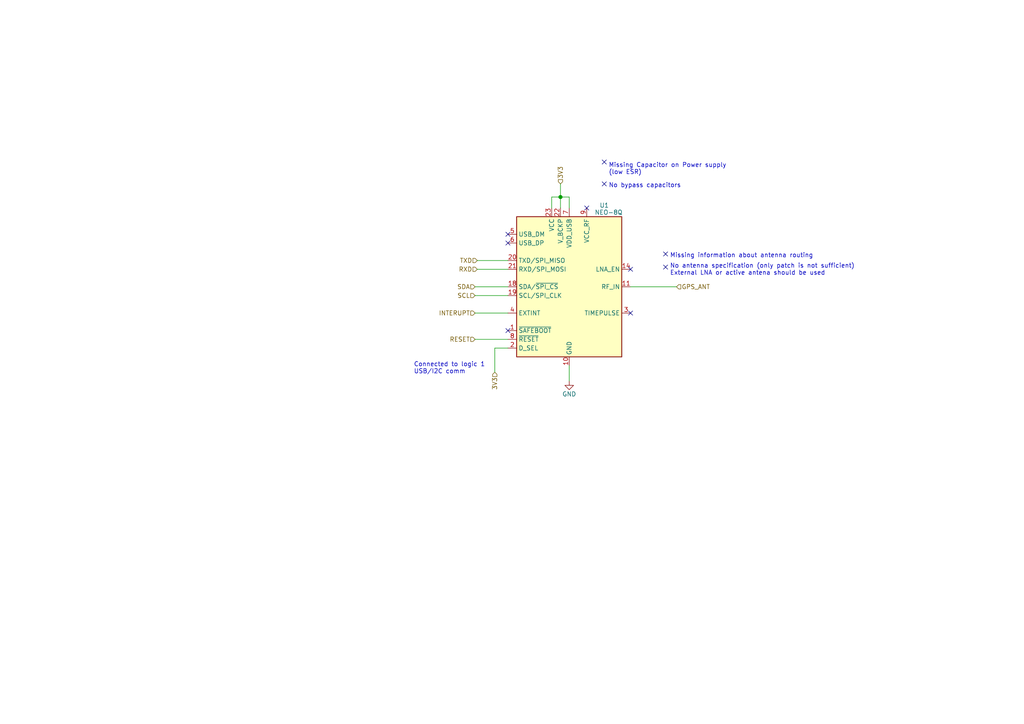
<source format=kicad_sch>
(kicad_sch (version 20210621) (generator eeschema)
  (paper "A4")
  (lib_symbols
    (symbol "RF_GPS:NEO-8Q"
      (property "Reference" "U" (at -13.97 21.59 0))
      (property "Value" "NEO-8Q" (at 11.43 21.59 0))
      (symbol "NEO-8Q_0_1"
        (rectangle (start -15.24 20.32) (end 15.24 -20.32) (stroke (width 0.254)) (fill (type background)))
      )
      (symbol "NEO-8Q_1_1"
        (pin input line (at -17.78 -12.7 0) (length 2.54) (name "~{SAFEBOOT}") (number "1"))
        (pin power_in line (at 0 -22.86 90) (length 2.54) (name "GND") (number "10"))
        (pin input line (at 17.78 0 180) (length 2.54) (name "RF_IN") (number "11"))
        (pin passive line (at 0 -22.86 90) (length 2.54) hide (name "GND") (number "12"))
        (pin passive line (at 0 -22.86 90) (length 2.54) hide (name "GND") (number "13"))
        (pin output line (at 17.78 5.08 180) (length 2.54) (name "LNA_EN") (number "14"))
        (pin no_connect line (at 15.24 -10.16 180) (length 2.54) hide (name "RESERVED") (number "15"))
        (pin no_connect line (at 15.24 -12.7 180) (length 2.54) hide (name "RESERVED") (number "16"))
        (pin no_connect line (at 15.24 -15.24 180) (length 2.54) hide (name "RESERVED") (number "17"))
        (pin bidirectional line (at -17.78 0 0) (length 2.54) (name "SDA/~{SPI_CS}") (number "18"))
        (pin input line (at -17.78 -2.54 0) (length 2.54) (name "SCL/SPI_CLK") (number "19"))
        (pin input line (at -17.78 -17.78 0) (length 2.54) (name "D_SEL") (number "2"))
        (pin output line (at -17.78 7.62 0) (length 2.54) (name "TXD/SPI_MISO") (number "20"))
        (pin input line (at -17.78 5.08 0) (length 2.54) (name "RXD/SPI_MOSI") (number "21"))
        (pin power_in line (at -2.54 22.86 270) (length 2.54) (name "V_BCKP") (number "22"))
        (pin power_in line (at -5.08 22.86 270) (length 2.54) (name "VCC") (number "23"))
        (pin passive line (at 0 -22.86 90) (length 2.54) hide (name "GND") (number "24"))
        (pin output line (at 17.78 -7.62 180) (length 2.54) (name "TIMEPULSE") (number "3"))
        (pin input line (at -17.78 -7.62 0) (length 2.54) (name "EXTINT") (number "4"))
        (pin bidirectional line (at -17.78 15.24 0) (length 2.54) (name "USB_DM") (number "5"))
        (pin bidirectional line (at -17.78 12.7 0) (length 2.54) (name "USB_DP") (number "6"))
        (pin power_in line (at 0 22.86 270) (length 2.54) (name "VDD_USB") (number "7"))
        (pin input line (at -17.78 -15.24 0) (length 2.54) (name "~{RESET}") (number "8"))
        (pin power_out line (at 5.08 22.86 270) (length 2.54) (name "VCC_RF") (number "9"))
      )
    )
    (symbol "power:GND" (power) (pin_names (offset 0))
      (property "Value" "GND" (at 0 -3.81 0))
      (symbol "GND_0_1"
        (polyline (pts (xy 0 0) (xy 0 -1.27) (xy 1.27 -1.27) (xy 0 -2.54) (xy -1.27 -1.27) (xy 0 -1.27)))
      )
      (symbol "GND_1_1"
        (pin power_in line (at 0 0 270) (length 0) hide (name "GND") (number "1"))
      )
    )
  )
  (junction (at 162.56 57.15) (diameter 1.016))
  (no_connect (at 147.32 67.945))
  (no_connect (at 147.32 70.485))
  (no_connect (at 147.32 95.885))
  (no_connect (at 170.18 60.325))
  (no_connect (at 175.26 46.99))
  (no_connect (at 175.26 53.34))
  (no_connect (at 182.88 78.105))
  (no_connect (at 182.88 90.805))
  (no_connect (at 193.04 73.66))
  (no_connect (at 193.04 77.47))
  (wire (pts (xy 137.795 83.185) (xy 147.32 83.185)))
  (wire (pts (xy 137.795 85.725) (xy 147.32 85.725)))
  (wire (pts (xy 137.795 90.805) (xy 147.32 90.805)))
  (wire (pts (xy 137.795 98.425) (xy 147.32 98.425)))
  (wire (pts (xy 138.43 75.565) (xy 147.32 75.565)))
  (wire (pts (xy 138.43 78.105) (xy 147.32 78.105)))
  (wire (pts (xy 143.51 100.965) (xy 143.51 107.95)))
  (wire (pts (xy 147.32 100.965) (xy 143.51 100.965)))
  (wire (pts (xy 160.02 57.15) (xy 162.56 57.15)))
  (wire (pts (xy 160.02 60.325) (xy 160.02 57.15)))
  (wire (pts (xy 162.56 53.34) (xy 162.56 57.15)))
  (wire (pts (xy 162.56 57.15) (xy 162.56 60.325)))
  (wire (pts (xy 165.1 57.15) (xy 162.56 57.15)))
  (wire (pts (xy 165.1 60.325) (xy 165.1 57.15)))
  (wire (pts (xy 165.1 106.045) (xy 165.1 110.49)))
  (wire (pts (xy 182.88 83.185) (xy 196.215 83.185)))
  (text "Connected to logic 1 \nUSB/I2C comm\n" (at 120.015 108.585 0) (effects (font (size 1.27 1.27)) (justify left bottom)))
  (text "Missing Capacitor on Power supply\n(low ESR)" (at 176.53 50.8 0) (effects (font (size 1.27 1.27)) (justify left bottom)))
  (text "No bypass capacitors" (at 176.53 54.61 0) (effects (font (size 1.27 1.27)) (justify left bottom)))
  (text "Missing information about antenna routing" (at 194.31 74.93 0) (effects (font (size 1.27 1.27)) (justify left bottom)))
  (text "No antenna specification (only patch is not sufficient)\nExternal LNA or active antena should be used" (at 194.31 80.01 0) (effects (font (size 1.27 1.27)) (justify left bottom)))
  (hierarchical_label "SDA" (shape input) (at 137.795 83.185 180))
  (hierarchical_label "SCL" (shape input) (at 137.795 85.725 180))
  (hierarchical_label "INTERUPT" (shape input) (at 137.795 90.805 180))
  (hierarchical_label "RESET" (shape input) (at 137.795 98.425 180))
  (hierarchical_label "TXD" (shape input) (at 138.43 75.565 180))
  (hierarchical_label "RXD" (shape input) (at 138.43 78.105 180))
  (hierarchical_label "3V3" (shape input) (at 143.51 107.95 270))
  (hierarchical_label "3V3" (shape input) (at 162.56 53.34 90))
  (hierarchical_label "GPS_ANT" (shape input) (at 196.215 83.185 0))
  (symbol (lib_id "power:GND") (at 165.1 110.49 0) (unit 1)
    (property "Reference" "#PWR0108" (effects hide))
    (property "Value" "GND" (at 165.1 114.3 0))
  )
  (symbol (lib_id "RF_GPS:NEO-8Q") (at 165.1 83.185 0) (unit 1)
    (property "Reference" "U1" (at 175.26 59.5536 0))
    (property "Value" "NEO-8Q" (at 176.53 61.595 0))
    (property "Footprint" "RF_GPS:ublox_NEO" (effects hide))
    (property "Datasheet" "https://www.u-blox.com/sites/default/files/NEO-8Q_DataSheet_%28UBX-15031913%29.pdf" (effects hide))
  )
)
</source>
